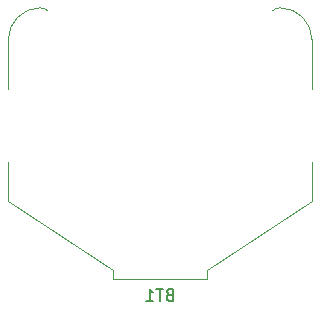
<source format=gbo>
G04 #@! TF.GenerationSoftware,KiCad,Pcbnew,(6.0.1)*
G04 #@! TF.CreationDate,2022-09-21T11:39:00+02:00*
G04 #@! TF.ProjectId,LoRa-E5_BME680,4c6f5261-2d45-4355-9f42-4d453638302e,rev?*
G04 #@! TF.SameCoordinates,Original*
G04 #@! TF.FileFunction,Legend,Bot*
G04 #@! TF.FilePolarity,Positive*
%FSLAX46Y46*%
G04 Gerber Fmt 4.6, Leading zero omitted, Abs format (unit mm)*
G04 Created by KiCad (PCBNEW (6.0.1)) date 2022-09-21 11:39:00*
%MOMM*%
%LPD*%
G01*
G04 APERTURE LIST*
%ADD10C,0.150000*%
%ADD11C,0.120000*%
G04 APERTURE END LIST*
D10*
X109377714Y-109604571D02*
X109234857Y-109652190D01*
X109187238Y-109699809D01*
X109139619Y-109795047D01*
X109139619Y-109937904D01*
X109187238Y-110033142D01*
X109234857Y-110080761D01*
X109330095Y-110128380D01*
X109711047Y-110128380D01*
X109711047Y-109128380D01*
X109377714Y-109128380D01*
X109282476Y-109176000D01*
X109234857Y-109223619D01*
X109187238Y-109318857D01*
X109187238Y-109414095D01*
X109234857Y-109509333D01*
X109282476Y-109556952D01*
X109377714Y-109604571D01*
X109711047Y-109604571D01*
X108853904Y-109128380D02*
X108282476Y-109128380D01*
X108568190Y-110128380D02*
X108568190Y-109128380D01*
X107425333Y-110128380D02*
X107996761Y-110128380D01*
X107711047Y-110128380D02*
X107711047Y-109128380D01*
X107806285Y-109271238D01*
X107901523Y-109366476D01*
X107996761Y-109414095D01*
D11*
X121442000Y-92176000D02*
X121442000Y-87976000D01*
X104642000Y-108326000D02*
X112542000Y-108326000D01*
X95742000Y-101676000D02*
X95742000Y-98376000D01*
X95742000Y-92176000D02*
X95742000Y-87976000D01*
X121442000Y-101676000D02*
X121442000Y-98376000D01*
X104642000Y-108326000D02*
X104642000Y-107526000D01*
X104642000Y-107526000D02*
X95742000Y-101676000D01*
X112542000Y-108326000D02*
X112542000Y-107526000D01*
X112542000Y-107526000D02*
X121442000Y-101676000D01*
X121442000Y-88026000D02*
G75*
G03*
X118742000Y-85326000I-2700001J-1D01*
G01*
X98442000Y-85326000D02*
G75*
G03*
X95742000Y-88026000I1J-2700001D01*
G01*
X118742000Y-85326000D02*
G75*
G03*
X118070249Y-85604249I-2J-949992D01*
G01*
X99113751Y-85604249D02*
G75*
G03*
X98442000Y-85326000I-671753J-671754D01*
G01*
M02*

</source>
